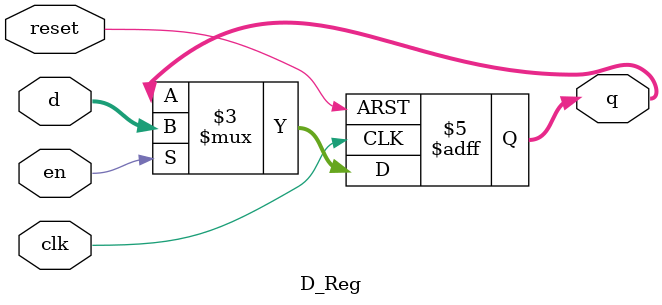
<source format=v>
`timescale 1ns / 1ps

module D_Reg #(parameter WIDTH = 8) (input clk, reset,input en, input[WIDTH-1:0] d, output reg [WIDTH-1:0] q); 
//   asynchronous, active HIGH reset w. enable input
always@(posedge clk, posedge reset)
    if (reset) q <= 0;
    else if (en)    q <= d;
    else    q <= q; 
endmodule
</source>
